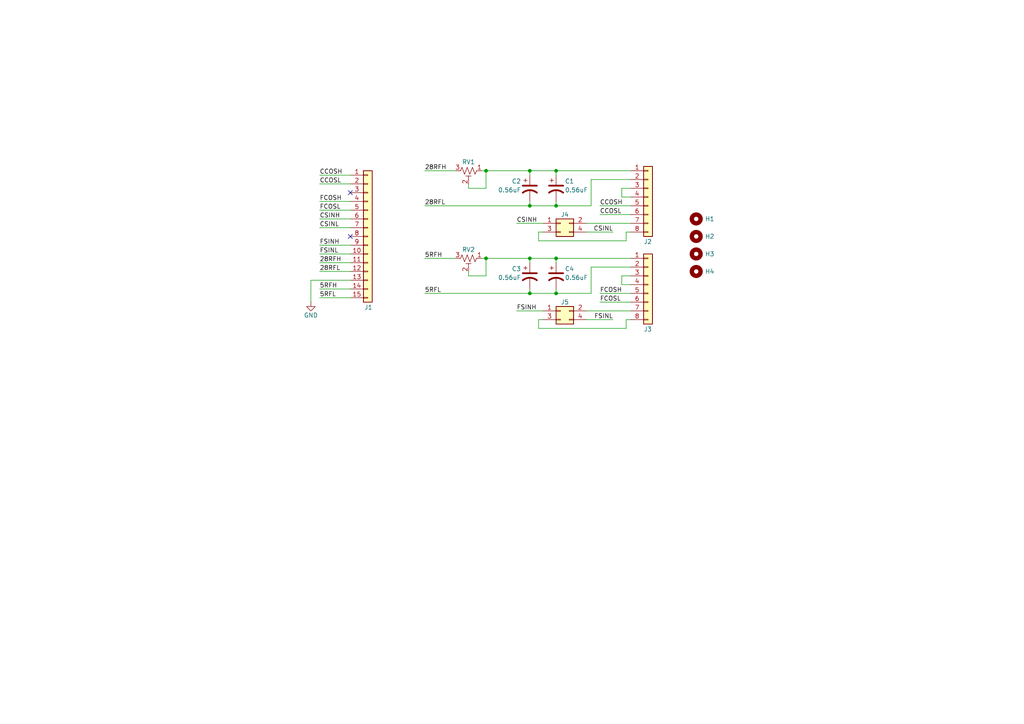
<source format=kicad_sch>
(kicad_sch (version 20231120) (generator "eeschema") (generator_version "8.0")
  (paper "A4")
  (lib_symbols
    (symbol "Connector_Generic:Conn_01x08" (pin_names (offset 1.016) hide)
      (property "Reference" "J" (at 0 10.16 0))
      (property "Value" "Conn_01x08" (at 0 -12.7 0))
      (symbol "Conn_01x08_1_1"
        (rectangle (start -1.27 -10.033) (end 0 -10.287) (stroke (width 0.1524)))
        (rectangle (start -1.27 -7.493) (end 0 -7.747) (stroke (width 0.1524)))
        (rectangle (start -1.27 -4.953) (end 0 -5.207) (stroke (width 0.1524)))
        (rectangle (start -1.27 -2.413) (end 0 -2.667) (stroke (width 0.1524)))
        (rectangle (start -1.27 0.127) (end 0 -0.127) (stroke (width 0.1524)))
        (rectangle (start -1.27 2.667) (end 0 2.413) (stroke (width 0.1524)))
        (rectangle (start -1.27 5.207) (end 0 4.953) (stroke (width 0.1524)))
        (rectangle (start -1.27 7.747) (end 0 7.493) (stroke (width 0.1524)))
        (rectangle (start -1.27 8.89) (end 1.27 -11.43) (stroke (width 0.254)) (fill (type background)))
        (pin passive line (at -5.08 7.62 0) (length 3.81) (name "Pin_1") (number "1"))
        (pin passive line (at -5.08 5.08 0) (length 3.81) (name "Pin_2") (number "2"))
        (pin passive line (at -5.08 2.54 0) (length 3.81) (name "Pin_3") (number "3"))
        (pin passive line (at -5.08 0 0) (length 3.81) (name "Pin_4") (number "4"))
        (pin passive line (at -5.08 -2.54 0) (length 3.81) (name "Pin_5") (number "5"))
        (pin passive line (at -5.08 -5.08 0) (length 3.81) (name "Pin_6") (number "6"))
        (pin passive line (at -5.08 -7.62 0) (length 3.81) (name "Pin_7") (number "7"))
        (pin passive line (at -5.08 -10.16 0) (length 3.81) (name "Pin_8") (number "8"))
      )
    )
    (symbol "Connector_Generic:Conn_01x15" (pin_names (offset 1.016) hide)
      (property "Reference" "J" (at 0 20.32 0))
      (property "Value" "Conn_01x15" (at 0 -20.32 0))
      (symbol "Conn_01x15_1_1"
        (rectangle (start -1.27 -17.653) (end 0 -17.907) (stroke (width 0.1524)))
        (rectangle (start -1.27 -15.113) (end 0 -15.367) (stroke (width 0.1524)))
        (rectangle (start -1.27 -12.573) (end 0 -12.827) (stroke (width 0.1524)))
        (rectangle (start -1.27 -10.033) (end 0 -10.287) (stroke (width 0.1524)))
        (rectangle (start -1.27 -7.493) (end 0 -7.747) (stroke (width 0.1524)))
        (rectangle (start -1.27 -4.953) (end 0 -5.207) (stroke (width 0.1524)))
        (rectangle (start -1.27 -2.413) (end 0 -2.667) (stroke (width 0.1524)))
        (rectangle (start -1.27 0.127) (end 0 -0.127) (stroke (width 0.1524)))
        (rectangle (start -1.27 2.667) (end 0 2.413) (stroke (width 0.1524)))
        (rectangle (start -1.27 5.207) (end 0 4.953) (stroke (width 0.1524)))
        (rectangle (start -1.27 7.747) (end 0 7.493) (stroke (width 0.1524)))
        (rectangle (start -1.27 10.287) (end 0 10.033) (stroke (width 0.1524)))
        (rectangle (start -1.27 12.827) (end 0 12.573) (stroke (width 0.1524)))
        (rectangle (start -1.27 15.367) (end 0 15.113) (stroke (width 0.1524)))
        (rectangle (start -1.27 17.907) (end 0 17.653) (stroke (width 0.1524)))
        (rectangle (start -1.27 19.05) (end 1.27 -19.05) (stroke (width 0.254)) (fill (type background)))
        (pin passive line (at -5.08 17.78 0) (length 3.81) (name "Pin_1") (number "1"))
        (pin passive line (at -5.08 -5.08 0) (length 3.81) (name "Pin_10") (number "10"))
        (pin passive line (at -5.08 -7.62 0) (length 3.81) (name "Pin_11") (number "11"))
        (pin passive line (at -5.08 -10.16 0) (length 3.81) (name "Pin_12") (number "12"))
        (pin passive line (at -5.08 -12.7 0) (length 3.81) (name "Pin_13") (number "13"))
        (pin passive line (at -5.08 -15.24 0) (length 3.81) (name "Pin_14") (number "14"))
        (pin passive line (at -5.08 -17.78 0) (length 3.81) (name "Pin_15") (number "15"))
        (pin passive line (at -5.08 15.24 0) (length 3.81) (name "Pin_2") (number "2"))
        (pin passive line (at -5.08 12.7 0) (length 3.81) (name "Pin_3") (number "3"))
        (pin passive line (at -5.08 10.16 0) (length 3.81) (name "Pin_4") (number "4"))
        (pin passive line (at -5.08 7.62 0) (length 3.81) (name "Pin_5") (number "5"))
        (pin passive line (at -5.08 5.08 0) (length 3.81) (name "Pin_6") (number "6"))
        (pin passive line (at -5.08 2.54 0) (length 3.81) (name "Pin_7") (number "7"))
        (pin passive line (at -5.08 0 0) (length 3.81) (name "Pin_8") (number "8"))
        (pin passive line (at -5.08 -2.54 0) (length 3.81) (name "Pin_9") (number "9"))
      )
    )
    (symbol "Connector_Generic:Conn_02x02_Odd_Even" (pin_names (offset 1.016) hide)
      (property "Reference" "J" (at 1.27 2.54 0))
      (property "Value" "Conn_02x02_Odd_Even" (at 1.27 -5.08 0))
      (symbol "Conn_02x02_Odd_Even_1_1"
        (rectangle (start -1.27 -2.413) (end 0 -2.667) (stroke (width 0.1524)))
        (rectangle (start -1.27 0.127) (end 0 -0.127) (stroke (width 0.1524)))
        (rectangle (start -1.27 1.27) (end 3.81 -3.81) (stroke (width 0.254)) (fill (type background)))
        (rectangle (start 3.81 -2.413) (end 2.54 -2.667) (stroke (width 0.1524)))
        (rectangle (start 3.81 0.127) (end 2.54 -0.127) (stroke (width 0.1524)))
        (pin passive line (at -5.08 0 0) (length 3.81) (name "Pin_1") (number "1"))
        (pin passive line (at 7.62 0 180) (length 3.81) (name "Pin_2") (number "2"))
        (pin passive line (at -5.08 -2.54 0) (length 3.81) (name "Pin_3") (number "3"))
        (pin passive line (at 7.62 -2.54 180) (length 3.81) (name "Pin_4") (number "4"))
      )
    )
    (symbol "Device:C_Polarized_US" (pin_numbers hide) (pin_names (offset 0.254) hide)
      (property "Reference" "C" (at 0.635 2.54 0))
      (property "Value" "C_Polarized_US" (at 0.635 -2.54 0))
      (symbol "C_Polarized_US_0_1"
        (polyline (pts (xy -2.032 0.762) (xy 2.032 0.762)) (stroke (width 0.508)))
        (polyline (pts (xy -1.778 2.286) (xy -0.762 2.286)))
        (polyline (pts (xy -1.27 1.778) (xy -1.27 2.794)))
        (arc (start 2.032 -1.27) (mid 0 -0.5572) (end -2.032 -1.27) (stroke (width 0.508)))
      )
      (symbol "C_Polarized_US_1_1"
        (pin passive line (at 0 3.81 270) (length 2.794) (name "~") (number "1"))
        (pin passive line (at 0 -3.81 90) (length 3.302) (name "~") (number "2"))
      )
    )
    (symbol "Device:R_Potentiometer_Trim_US" (pin_names (offset 1.016) hide)
      (property "Reference" "RV" (at -4.445 0 90))
      (property "Value" "R_Potentiometer_Trim_US" (at -2.54 0 90))
      (symbol "R_Potentiometer_Trim_US_0_1"
        (polyline (pts (xy 0 -2.286) (xy 0 -2.54)))
        (polyline (pts (xy 0 2.286) (xy 0 2.54)))
        (polyline (pts (xy 1.524 0.762) (xy 1.524 -0.762)))
        (polyline (pts (xy 2.54 0) (xy 1.524 0)))
        (polyline (pts (xy 0 -0.762) (xy 1.016 -1.143) (xy 0 -1.524) (xy -1.016 -1.905) (xy 0 -2.286)))
        (polyline (pts (xy 0 0.762) (xy 1.016 0.381) (xy 0 0) (xy -1.016 -0.381) (xy 0 -0.762)))
        (polyline (pts (xy 0 2.286) (xy 1.016 1.905) (xy 0 1.524) (xy -1.016 1.143) (xy 0 0.762)))
      )
      (symbol "R_Potentiometer_Trim_US_1_1"
        (pin passive line (at 0 3.81 270) (length 1.27) (name "1") (number "1"))
        (pin passive line (at 3.81 0 180) (length 1.27) (name "2") (number "2"))
        (pin passive line (at 0 -3.81 90) (length 1.27) (name "3") (number "3"))
      )
    )
    (symbol "Mechanical:MountingHole" (pin_names (offset 1.016)) (exclude_from_sim yes) (in_bom no)
      (property "Reference" "H" (at 0 5.08 0))
      (property "Value" "MountingHole" (at 0 3.175 0))
      (symbol "MountingHole_0_1"
        (circle (center 0 0) (radius 1.27) (stroke (width 1.27)))
      )
    )
    (symbol "power:GND" (power) (pin_numbers hide) (pin_names (offset 0) hide)
      (property "Value" "GND" (at 0 -3.81 0))
      (symbol "GND_0_1"
        (polyline (pts (xy 0 0) (xy 0 -1.27) (xy 1.27 -1.27) (xy 0 -2.54) (xy -1.27 -1.27) (xy 0 -1.27)))
      )
      (symbol "GND_1_1"
        (pin power_in line (at 0 0 270) (length 0) (name "~") (number "1"))
      )
    )
  )
  (junction (at 161.29 85.09))
  (junction (at 161.29 59.69))
  (junction (at 140.97 49.53))
  (junction (at 153.67 49.53))
  (junction (at 153.67 59.69))
  (junction (at 161.29 49.53))
  (junction (at 153.67 85.09))
  (junction (at 140.97 74.93))
  (junction (at 153.67 74.93))
  (junction (at 161.29 74.93))
  (no_connect (at 101.6 68.58))
  (no_connect (at 101.6 55.88))
  (wire (pts (xy 153.67 58.42) (xy 153.67 59.69)))
  (wire (pts (xy 171.45 77.47) (xy 182.88 77.47)))
  (wire (pts (xy 92.71 78.74) (xy 101.6 78.74)))
  (wire (pts (xy 173.99 62.23) (xy 182.88 62.23)))
  (wire (pts (xy 161.29 74.93) (xy 182.88 74.93)))
  (wire (pts (xy 161.29 85.09) (xy 171.45 85.09)))
  (wire (pts (xy 177.8 67.31) (xy 170.18 67.31)))
  (wire (pts (xy 170.18 90.17) (xy 182.88 90.17)))
  (wire (pts (xy 180.34 57.15) (xy 182.88 57.15)))
  (wire (pts (xy 153.67 49.53) (xy 161.29 49.53)))
  (wire (pts (xy 153.67 49.53) (xy 153.67 50.8)))
  (wire (pts (xy 182.88 80.01) (xy 180.34 80.01)))
  (wire (pts (xy 153.67 59.69) (xy 161.29 59.69)))
  (wire (pts (xy 92.71 63.5) (xy 101.6 63.5)))
  (wire (pts (xy 181.61 92.71) (xy 181.61 95.25)))
  (wire (pts (xy 180.34 54.61) (xy 180.34 57.15)))
  (wire (pts (xy 149.86 90.17) (xy 157.48 90.17)))
  (wire (pts (xy 182.88 54.61) (xy 180.34 54.61)))
  (wire (pts (xy 156.21 69.85) (xy 181.61 69.85)))
  (wire (pts (xy 140.97 80.01) (xy 140.97 74.93)))
  (wire (pts (xy 156.21 67.31) (xy 156.21 69.85)))
  (wire (pts (xy 90.17 81.28) (xy 90.17 87.63)))
  (wire (pts (xy 177.8 92.71) (xy 170.18 92.71)))
  (wire (pts (xy 171.45 52.07) (xy 171.45 59.69)))
  (wire (pts (xy 149.86 64.77) (xy 157.48 64.77)))
  (wire (pts (xy 92.71 73.66) (xy 101.6 73.66)))
  (wire (pts (xy 92.71 76.2) (xy 101.6 76.2)))
  (wire (pts (xy 140.97 49.53) (xy 153.67 49.53)))
  (wire (pts (xy 135.89 53.34) (xy 135.89 54.61)))
  (wire (pts (xy 92.71 66.04) (xy 101.6 66.04)))
  (wire (pts (xy 161.29 59.69) (xy 171.45 59.69)))
  (wire (pts (xy 161.29 83.82) (xy 161.29 85.09)))
  (wire (pts (xy 181.61 69.85) (xy 181.61 67.31)))
  (wire (pts (xy 92.71 83.82) (xy 101.6 83.82)))
  (wire (pts (xy 180.34 80.01) (xy 180.34 82.55)))
  (wire (pts (xy 161.29 74.93) (xy 161.29 76.2)))
  (wire (pts (xy 161.29 49.53) (xy 161.29 50.8)))
  (wire (pts (xy 156.21 95.25) (xy 156.21 92.71)))
  (wire (pts (xy 92.71 53.34) (xy 101.6 53.34)))
  (wire (pts (xy 123.19 85.09) (xy 153.67 85.09)))
  (wire (pts (xy 135.89 54.61) (xy 140.97 54.61)))
  (wire (pts (xy 153.67 85.09) (xy 161.29 85.09)))
  (wire (pts (xy 101.6 81.28) (xy 90.17 81.28)))
  (wire (pts (xy 123.19 59.69) (xy 153.67 59.69)))
  (wire (pts (xy 140.97 49.53) (xy 139.7 49.53)))
  (wire (pts (xy 135.89 80.01) (xy 140.97 80.01)))
  (wire (pts (xy 171.45 52.07) (xy 182.88 52.07)))
  (wire (pts (xy 180.34 82.55) (xy 182.88 82.55)))
  (wire (pts (xy 92.71 50.8) (xy 101.6 50.8)))
  (wire (pts (xy 181.61 67.31) (xy 182.88 67.31)))
  (wire (pts (xy 170.18 64.77) (xy 182.88 64.77)))
  (wire (pts (xy 173.99 59.69) (xy 182.88 59.69)))
  (wire (pts (xy 140.97 54.61) (xy 140.97 49.53)))
  (wire (pts (xy 153.67 74.93) (xy 161.29 74.93)))
  (wire (pts (xy 140.97 74.93) (xy 153.67 74.93)))
  (wire (pts (xy 92.71 58.42) (xy 101.6 58.42)))
  (wire (pts (xy 161.29 49.53) (xy 182.88 49.53)))
  (wire (pts (xy 173.99 85.09) (xy 182.88 85.09)))
  (wire (pts (xy 92.71 60.96) (xy 101.6 60.96)))
  (wire (pts (xy 181.61 95.25) (xy 156.21 95.25)))
  (wire (pts (xy 156.21 92.71) (xy 157.48 92.71)))
  (wire (pts (xy 123.19 49.53) (xy 132.08 49.53)))
  (wire (pts (xy 171.45 77.47) (xy 171.45 85.09)))
  (wire (pts (xy 153.67 83.82) (xy 153.67 85.09)))
  (wire (pts (xy 161.29 58.42) (xy 161.29 59.69)))
  (wire (pts (xy 135.89 78.74) (xy 135.89 80.01)))
  (wire (pts (xy 92.71 71.12) (xy 101.6 71.12)))
  (wire (pts (xy 140.97 74.93) (xy 139.7 74.93)))
  (wire (pts (xy 173.99 87.63) (xy 182.88 87.63)))
  (wire (pts (xy 123.19 74.93) (xy 132.08 74.93)))
  (wire (pts (xy 182.88 92.71) (xy 181.61 92.71)))
  (wire (pts (xy 92.71 86.36) (xy 101.6 86.36)))
  (wire (pts (xy 153.67 74.93) (xy 153.67 76.2)))
  (wire (pts (xy 157.48 67.31) (xy 156.21 67.31)))
  (label "FSINL" (at 92.71 73.66 0))
  (label "5RFL" (at 92.71 86.36 0))
  (label "CCOSL" (at 92.71 53.34 0))
  (label "CSINH" (at 149.86 64.77 0))
  (label "CSINL" (at 177.8 67.31 180))
  (label "FCOSH" (at 173.99 85.09 0))
  (label "5RFH" (at 92.71 83.82 0))
  (label "CCOSH" (at 173.99 59.69 0))
  (label "28RFL" (at 123.19 59.69 0))
  (label "CSINH" (at 92.71 63.5 0))
  (label "FSINL" (at 177.8 92.71 180))
  (label "5RFL" (at 123.19 85.09 0))
  (label "28RFL" (at 92.71 78.74 0))
  (label "FCOSL" (at 92.71 60.96 0))
  (label "FCOSH" (at 92.71 58.42 0))
  (label "FSINH" (at 149.86 90.17 0))
  (label "FSINH" (at 92.71 71.12 0))
  (label "CCOSH" (at 92.71 50.8 0))
  (label "5RFH" (at 123.19 74.93 0))
  (label "CSINL" (at 92.71 66.04 0))
  (label "CCOSL" (at 173.99 62.23 0))
  (label "28RFH" (at 123.19 49.53 0))
  (label "28RFH" (at 92.71 76.2 0))
  (label "FCOSL" (at 173.99 87.63 0))
  (symbol (lib_id "Connector_Generic:Conn_01x08") (at 187.96 57.15 0) (unit 1)
    (property "Reference" "J2" (at 186.69 70.104 0) (effects (justify left)))
    (property "Value" "Conn_01x08" (effects (hide yes)))
    (property "Footprint" "cdu:DF11-8DP-2DS" (effects (hide yes)))
    (property "Description" "Generic connector, single row, 01x08, script generated (kicad-library-utils/schlib/autogen/connector/)" (effects (hide yes)))
  )
  (symbol (lib_id "Device:R_Potentiometer_Trim_US") (at 135.89 49.53 270) (unit 1)
    (property "Reference" "RV1" (at 135.89 46.99 90))
    (property "Value" "R_Potentiometer_Trim_US" (effects (hide yes)))
    (property "Footprint" "Potentiometer_THT:Potentiometer_Bourns_3296Y_Vertical" (effects (hide yes)))
    (property "Description" "Trim-potentiometer, US symbol" (effects (hide yes)))
  )
  (symbol (lib_id "power:GND") (at 90.17 87.63 0) (unit 1)
    (property "Reference" "#PWR01" (effects (hide yes)))
    (property "Value" "GND" (at 90.17 91.44 0))
    (property "Description" "Power symbol creates a global label with name \"GND\" , ground" (effects (hide yes)))
  )
  (symbol (lib_id "Device:C_Polarized_US") (at 153.67 54.61 0) (unit 1)
    (property "Reference" "C2" (at 151.13 52.578 0) (effects (justify right)))
    (property "Value" "0.56uF" (at 151.13 55.118 0) (effects (justify right)))
    (property "Footprint" "cdu:C_Rect_L18.0mm_W5.0mm_P15.00mm_O0.6mm_FKS3_FKP3" (effects (hide yes)))
    (property "Description" "Polarized capacitor, US symbol" (effects (hide yes)))
  )
  (symbol (lib_id "Device:C_Polarized_US") (at 161.29 80.01 0) (unit 1)
    (property "Reference" "C4" (at 163.83 77.978 0) (effects (justify left)))
    (property "Value" "0.56uF" (at 163.83 80.518 0) (effects (justify left)))
    (property "Footprint" "cdu:C_Rect_L18.0mm_W5.0mm_P15.00mm_O0.6mm_FKS3_FKP3" (effects (hide yes)))
    (property "Description" "Polarized capacitor, US symbol" (effects (hide yes)))
  )
  (symbol (lib_id "Device:C_Polarized_US") (at 161.29 54.61 0) (unit 1)
    (property "Reference" "C1" (at 163.83 52.578 0) (effects (justify left)))
    (property "Value" "0.56uF" (at 163.83 55.118 0) (effects (justify left)))
    (property "Footprint" "cdu:C_Rect_L18.0mm_W5.0mm_P15.00mm_O0.6mm_FKS3_FKP3" (effects (hide yes)))
    (property "Description" "Polarized capacitor, US symbol" (effects (hide yes)))
  )
  (symbol (lib_id "Connector_Generic:Conn_01x08") (at 187.96 82.55 0) (unit 1)
    (property "Reference" "J3" (at 186.69 95.504 0) (effects (justify left)))
    (property "Value" "Conn_01x08" (effects (hide yes)))
    (property "Footprint" "cdu:DF11-8DP-2DS" (effects (hide yes)))
    (property "Description" "Generic connector, single row, 01x08, script generated (kicad-library-utils/schlib/autogen/connector/)" (effects (hide yes)))
  )
  (symbol (lib_id "Connector_Generic:Conn_01x15") (at 106.68 68.58 0) (unit 1)
    (property "Reference" "J1" (at 105.664 89.154 0) (effects (justify left)))
    (property "Value" "Conn_01x15" (effects (hide yes)))
    (property "Footprint" "Connector_Dsub:DSUB-15-HD_Female_Horizontal_P2.29x1.98mm_EdgePinOffset3.03mm_Housed_MountingHolesOffset4.94mm" (effects (hide yes)))
    (property "Description" "Generic connector, single row, 01x15, script generated (kicad-library-utils/schlib/autogen/connector/)" (effects (hide yes)))
  )
  (symbol (lib_id "Mechanical:MountingHole") (at 201.93 78.74 0) (unit 1) (exclude_from_sim yes) (in_bom no)
    (property "Reference" "H4" (at 204.47 78.7399 0) (effects (justify left)))
    (property "Value" "MountingHole" (effects (hide yes)))
    (property "Footprint" "cdu:MountingHole_4-40" (effects (hide yes)))
    (property "Description" "Mounting Hole without connection" (effects (hide yes)))
  )
  (symbol (lib_id "Mechanical:MountingHole") (at 201.93 68.58 0) (unit 1) (exclude_from_sim yes) (in_bom no)
    (property "Reference" "H2" (at 204.47 68.5799 0) (effects (justify left)))
    (property "Value" "MountingHole" (effects (hide yes)))
    (property "Footprint" "cdu:MountingHole_4-40" (effects (hide yes)))
    (property "Description" "Mounting Hole without connection" (effects (hide yes)))
  )
  (symbol (lib_id "Device:C_Polarized_US") (at 153.67 80.01 0) (unit 1)
    (property "Reference" "C3" (at 151.13 77.978 0) (effects (justify right)))
    (property "Value" "0.56uF" (at 151.13 80.518 0) (effects (justify right)))
    (property "Footprint" "cdu:C_Rect_L18.0mm_W5.0mm_P15.00mm_O0.6mm_FKS3_FKP3" (effects (hide yes)))
    (property "Description" "Polarized capacitor, US symbol" (effects (hide yes)))
  )
  (symbol (lib_id "Device:R_Potentiometer_Trim_US") (at 135.89 74.93 270) (unit 1)
    (property "Reference" "RV2" (at 135.89 72.39 90))
    (property "Value" "R_Potentiometer_Trim_US" (effects (hide yes)))
    (property "Footprint" "Potentiometer_THT:Potentiometer_Bourns_3296Y_Vertical" (effects (hide yes)))
    (property "Description" "Trim-potentiometer, US symbol" (effects (hide yes)))
  )
  (symbol (lib_id "Mechanical:MountingHole") (at 201.93 63.5 0) (unit 1) (exclude_from_sim yes) (in_bom no)
    (property "Reference" "H1" (at 204.47 63.4999 0) (effects (justify left)))
    (property "Value" "MountingHole" (effects (hide yes)))
    (property "Footprint" "cdu:MountingHole_4-40" (effects (hide yes)))
    (property "Description" "Mounting Hole without connection" (effects (hide yes)))
  )
  (symbol (lib_id "Connector_Generic:Conn_02x02_Odd_Even") (at 162.56 64.77 0) (unit 1)
    (property "Reference" "J4" (at 163.83 62.23 0))
    (property "Value" "Conn_02x02_Odd_Even" (effects (hide yes)))
    (property "Footprint" "Connector_PinHeader_2.00mm:PinHeader_2x02_P2.00mm_Vertical" (effects (hide yes)))
    (property "Description" "Generic connector, double row, 02x02, odd/even pin numbering scheme (row 1 odd numbers, row 2 even numbers), script generated (kicad-library-utils/schlib/autogen/connector/)" (effects (hide yes)))
  )
  (symbol (lib_id "Connector_Generic:Conn_02x02_Odd_Even") (at 162.56 90.17 0) (unit 1)
    (property "Reference" "J5" (at 163.83 87.63 0))
    (property "Value" "Conn_02x02_Odd_Even" (effects (hide yes)))
    (property "Footprint" "Connector_PinHeader_2.00mm:PinHeader_2x02_P2.00mm_Vertical" (effects (hide yes)))
    (property "Description" "Generic connector, double row, 02x02, odd/even pin numbering scheme (row 1 odd numbers, row 2 even numbers), script generated (kicad-library-utils/schlib/autogen/connector/)" (effects (hide yes)))
  )
  (symbol (lib_id "Mechanical:MountingHole") (at 201.93 73.66 0) (unit 1) (exclude_from_sim yes) (in_bom no)
    (property "Reference" "H3" (at 204.47 73.6599 0) (effects (justify left)))
    (property "Value" "MountingHole" (effects (hide yes)))
    (property "Footprint" "cdu:MountingHole_4-40" (effects (hide yes)))
    (property "Description" "Mounting Hole without connection" (effects (hide yes)))
  )
)
</source>
